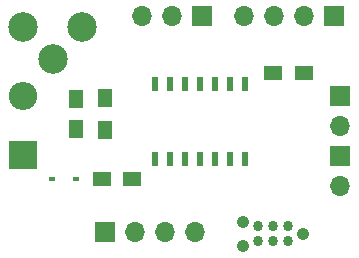
<source format=gbr>
G04 #@! TF.FileFunction,Soldermask,Top*
%FSLAX46Y46*%
G04 Gerber Fmt 4.6, Leading zero omitted, Abs format (unit mm)*
G04 Created by KiCad (PCBNEW 4.0.7) date 2017 November 14, Tuesday 05:37:29*
%MOMM*%
%LPD*%
G01*
G04 APERTURE LIST*
%ADD10C,0.076200*%
%ADD11R,1.250000X1.500000*%
%ADD12R,1.500000X1.250000*%
%ADD13R,0.600000X0.450000*%
%ADD14R,1.700000X1.700000*%
%ADD15O,1.700000X1.700000*%
%ADD16R,1.500000X1.300000*%
%ADD17R,1.300000X1.500000*%
%ADD18R,0.508000X1.143000*%
%ADD19C,0.863600*%
%ADD20C,1.066800*%
%ADD21C,2.500000*%
%ADD22R,2.400000X2.400000*%
%ADD23O,2.400000X2.400000*%
G04 APERTURE END LIST*
D10*
D11*
X145500000Y-95750000D03*
X145500000Y-93250000D03*
D12*
X147750000Y-100000000D03*
X150250000Y-100000000D03*
D13*
X145550000Y-100000000D03*
X143450000Y-100000000D03*
D14*
X167894000Y-92964000D03*
D15*
X167894000Y-95504000D03*
D14*
X167894000Y-98044000D03*
D15*
X167894000Y-100584000D03*
D14*
X156210000Y-86233000D03*
D15*
X153670000Y-86233000D03*
X151130000Y-86233000D03*
D14*
X148000000Y-104500000D03*
D15*
X150540000Y-104500000D03*
X153080000Y-104500000D03*
X155620000Y-104500000D03*
D14*
X167386000Y-86233000D03*
D15*
X164846000Y-86233000D03*
X162306000Y-86233000D03*
X159766000Y-86233000D03*
D16*
X162150000Y-91000000D03*
X164850000Y-91000000D03*
D17*
X148000000Y-93150000D03*
X148000000Y-95850000D03*
D18*
X152190000Y-98302000D03*
X153460000Y-98302000D03*
X154730000Y-98302000D03*
X156000000Y-98302000D03*
X157270000Y-98302000D03*
X158540000Y-98302000D03*
X159810000Y-98302000D03*
X159810000Y-91952000D03*
X158540000Y-91952000D03*
X156000000Y-91952000D03*
X154730000Y-91952000D03*
X153460000Y-91952000D03*
X152190000Y-91952000D03*
X157270000Y-91952000D03*
D19*
X160960000Y-105270000D03*
X160960000Y-104000000D03*
X162230000Y-104000000D03*
X162230000Y-105270000D03*
X163500000Y-105270000D03*
D20*
X164770000Y-104635000D03*
X159690000Y-103619000D03*
X159690000Y-105651000D03*
D19*
X163500000Y-104000000D03*
D21*
X143550000Y-89822000D03*
X146050000Y-87122000D03*
X141050000Y-87122000D03*
D22*
X141000000Y-98000000D03*
D23*
X141000000Y-93000000D03*
M02*

</source>
